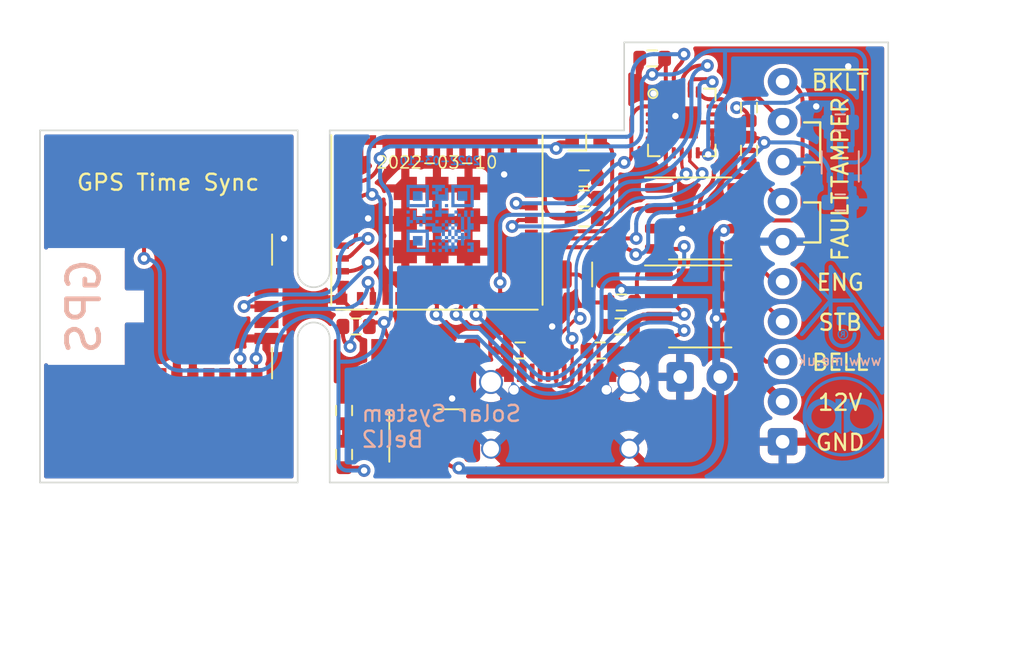
<source format=kicad_pcb>
(kicad_pcb (version 20211014) (generator pcbnew)
  (title_block (title "Bell box controller") (date "${DATE}") (rev "2") (company "Adrian Kennard, Andrews & Arnold Ltd"))
  (layers (0 "F.Cu" signal) (31 "B.Cu" signal) (34 "B.Paste" user) (35 "F.Paste" user) (36 "B.SilkS" user "B.Silkscreen") (37 "F.SilkS" user "F.Silkscreen") (38 "B.Mask" user) (39 "F.Mask" user) (44 "Edge.Cuts" user))
  (property "DATE" "2022-03-10")
  (net 0 "")
  (net 1 "GND")
  (net 2 "+3V3")
  (net 3 "VBUS")
  (net 4 "+12V")
  (net 6 "Net-(J1-PadA5)")
  (net 7 "Net-(J1-PadB5)")
  (net 9 "D-")
  (net 10 "D+")
  (net 11 "OUT1")
  (net 12 "OUT4")
  (net 13 "OUT3")
  (net 14 "O")
  (net 15 "I")
  (net 16 "OUT2")
  (net 25 "EN")
  (net 31 "BOOT")
  (net 32 "IN2")
  (net 33 "IN1")
  (net 34 "~{BACKLIGHT}")
  (net 35 "T")
  (net 36 "FAULT")
  (net 37 "ENGHOLD")
  (net 38 "STB")
  (net 39 "BELL")
  (net 40 "Net-(D2-Pad3)")
  (net 41 "Net-(D2-Pad2)")
  (net 42 "G")
  (net 43 "B")
  (net 44 "R")
  (net 45 "Net-(R2-Pad2)")
  (net 46 "Net-(D2-Pad4)")
  (net 51 "Net-(R11-Pad2)")
  (net 66 "GPSTX")
  (net 67 "GPSTICK")
  (net 68 "GPSRX")
  (footprint "RevK:Molex_MiniSPOX_H10RA" (layer "F.Cu") (at 101.4 46.7 90)
    (fp_text reference "J3" hide)
    (fp_text value "Conn_01x10" hide)
  )
  (footprint "RevK:R_0603" (layer "F.Cu") (at 91.25 50.75)
    (fp_text reference "R3" hide)
    (fp_text value "10k")
  )
  (footprint "RevK:R_0603" (layer "F.Cu") (at 91.325 49.25)
    (fp_text reference "R2" hide)
    (fp_text value "4k7")
  )
  (footprint "RevK:Molex_MiniSPOX_H2RA" (layer "F.Cu") (at 96.25 53.9)
    (fp_text reference "J2" hide)
    (fp_text value "POWER")
  )
  (footprint "RevK:R_0603" (layer "F.Cu") (at 89 42.75 180)
    (fp_text reference "R10" hide)
    (fp_text value "220R")
  )
  (footprint "RevK:Hidden" (layer "F.Cu") (at 77.75 59.8)
    (fp_text reference "C4" hide)
    (fp_text value "0.1uF")
  )
  (footprint "RevK:Hidden" (layer "F.Cu") (at 81.05 52.3)
    (fp_text reference "C6" hide)
    (fp_text value "10uF")
  )
  (footprint "RevK:R_0603" (layer "F.Cu") (at 99.3 37.075 -90)
    (fp_text reference "R4" hide)
    (fp_text value "100R")
  )
  (footprint "RevK:R_0603" (layer "F.Cu") (at 89 41.5 180)
    (fp_text reference "R9" hide)
    (fp_text value "2K")
  )
  (footprint "RevK:R_0603" (layer "F.Cu") (at 99.3 39.75 90)
    (fp_text reference "R7" hide)
    (fp_text value "100R")
  )
  (footprint "RevK:C_0603" (layer "F.Cu") (at 93.25 34 180)
    (fp_text reference "C1" hide)
    (fp_text value "0.1uF")
  )
  (footprint "RevK:R_0603" (layer "F.Cu") (at 74.75 50.75)
    (fp_text reference "R1" hide)
    (fp_text value "10k")
  )
  (footprint "Package_SO:SO-8_3.9x4.9mm_P1.27mm" (layer "F.Cu") (at 96.25 44)
    (fp_text reference "U4" hide)
    (fp_text value "ISL89410")
  )
  (footprint "Package_SO:SO-8_3.9x4.9mm_P1.27mm" (layer "F.Cu") (at 96.25 49.5)
    (fp_text reference "U3" hide)
    (fp_text value "ISL89410")
  )
  (footprint "RevK:R_0603" (layer "F.Cu") (at 85 52.25 180)
    (fp_text reference "R5" hide)
    (fp_text value "5K1")
  )
  (footprint "RevK:L96-M33" (layer "F.Cu") (at 62.5 49.5 90)
    (fp_text reference "U5" hide)
    (fp_text value "L96-M33")
  )
  (footprint "RevK:R_0603" (layer "F.Cu") (at 74 56 -90)
    (fp_text reference "R12" hide)
    (fp_text value "3M 1% or NF")
  )
  (footprint "RevK:Hidden" (layer "F.Cu") (at 81.05 58.55)
    (fp_text reference "C5" hide)
    (fp_text value "2.2uF")
  )
  (footprint "RevK:R_0603" (layer "F.Cu") (at 90 52.25 180)
    (fp_text reference "R6" hide)
    (fp_text value "5K1")
  )
  (footprint "Diode_SMD:D_1206_3216Metric_Pad1.42x1.75mm_HandSolder" (layer "F.Cu") (at 89 47.5 180)
    (fp_text reference "D3" hide)
    (fp_text value "D")
  )
  (footprint "RevK:R_0603" (layer "F.Cu") (at 74 58.75 90)
    (fp_text reference "R11" hide)
    (fp_text value "10M 1% or 0R")
  )
  (footprint "RevK:RegulatorBlockFB" (layer "F.Cu") (at 77.5 57.65 90)
    (fp_text reference "U6" hide)
    (fp_text value "LMR16006+FB")
  )
  (footprint "RevK:R_0603" (layer "F.Cu") (at 89 44 180)
    (fp_text reference "R8" hide)
    (fp_text value "680R")
  )
  (footprint "RevK:LED-RGB-1.6x1.6" (layer "F.Cu") (at 89.125 39.75 180)
    (fp_text reference "D2" hide)
    (fp_text value "LED_RGBA")
  )
  (footprint "RevK:ESP32-PICO-MINI-02" (layer "F.Cu") (at 79.8 44.1)
    (fp_text reference "U1" hide)
    (fp_text value "ESP32-PICO-MINI-02")
  )
  (footprint "RevK:USC16-TR-Round" (layer "F.Cu") (at 87.5 60.5)
    (fp_text reference "J1" hide)
    (fp_text value "USB-C")
  )
  (footprint "RevK:Hidden" (layer "F.Cu") (at 80.67 55.42 90)
    (fp_text reference "D4" hide)
    (fp_text value "Schottky")
  )
  (footprint "RevK:Hidden" (layer "F.Cu") (at 77.5 53.8 90)
    (fp_text reference "L1" hide)
    (fp_text value "6.8uH")
  )
  (footprint "RevK:QFN-20-1EP_4x4mm_P0.5mm_EP2.5x2.5mm" (layer "F.Cu") (at 95.1 38)
    (fp_text reference "U2" hide)
    (fp_text value "FT231XQ")
  )
  (footprint "RevK:AA" (layer "B.Cu") (at 105.15 56.375 180)
    (fp_text reference "U7" hide)
    (fp_text value "AA" hide)
  )
  (footprint "RevK:QR-SS" (layer "B.Cu") (at 80 44)
    (fp_text reference "U8" hide)
    (fp_text value "QR" hide)
  )
  (footprint "RevK:C_0603" (layer "B.Cu") (at 105 43)
    (fp_text reference "C3" hide)
    (fp_text value "33pF")
  )
  (footprint "Package_TO_SOT_SMD:SOT-363_SC-70-6" (layer "B.Cu") (at 105 40.5 90)
    (fp_text reference "D1" hide)
    (fp_text value "BAV99S")
  )
  (footprint "RevK:C_0603" (layer "B.Cu") (at 105 38 180)
    (fp_text reference "C2" hide)
    (fp_text value "33pF")
  )
  (footprint "RevK:AJK" (layer "B.Cu") (at 104.4 49.125 180)
    (fp_text reference "AJK1" hide)
    (fp_text value "AJK" hide)
  )
  (gr_line (start 103.75 45.5) (end 102.75 45.5) (layer "F.SilkS") (width 0.15))
  (gr_line (start 103.75 38) (end 103.75 40.5) (layer "F.SilkS") (width 0.15))
  (gr_line (start 103.75 40.5) (end 102.75 40.5) (layer "F.SilkS") (width 0.15))
  (gr_line (start 103.75 43) (end 103.75 45.5) (layer "F.SilkS") (width 0.15))
  (gr_line (start 103.4 34.7) (end 106.7 34.7) (layer "F.SilkS") (width 0.15))
  (gr_line (start 102.75 43) (end 103.75 43) (layer "F.SilkS") (width 0.15))
  (gr_line (start 102.75 38) (end 103.75 38) (layer "F.SilkS") (width 0.15))
  (gr_line (start 73.1 38.5) (end 73.1 47.3) (layer "Edge.Cuts") (width 0.1))
  (gr_line (start 73.1 60.5) (end 73.1 51.5) (layer "Edge.Cuts") (width 0.1))
  (gr_line (start 108 60.5) (end 73.1 60.5) (layer "Edge.Cuts") (width 0.1))
  (gr_line (start 71.1 51.5) (end 71.1 60.5) (layer "Edge.Cuts") (width 0.1))
  (gr_line (start 55 60.5) (end 55 38.5) (layer "Edge.Cuts") (width 0.1))
  (gr_line (start 71.1 60.5) (end 55 60.5) (layer "Edge.Cuts") (width 0.1))
  (gr_line (start 91.5 33) (end 108 33) (layer "Edge.Cuts") (width 0.1))
  (gr_line (start 71.1 47.3) (end 71.1 38.5) (layer "Edge.Cuts") (width 0.1))
  (gr_line (start 55 38.5) (end 71.1 38.5) (layer "Edge.Cuts") (width 0.1))
  (gr_line (start 91.5 38.5) (end 91.5 33) (layer "Edge.Cuts") (width 0.1))
  (gr_line (start 73.1 38.5) (end 91.5 38.5) (layer "Edge.Cuts") (width 0.1))
  (gr_arc (start 71.1 51.5) (mid 72.1 50.5) (end 73.1 51.5) (layer "Edge.Cuts") (width 0.1))
  (gr_arc (start 73.1 47.3) (mid 72.1 48.3) (end 71.1 47.3) (layer "Edge.Cuts") (width 0.1))
  (gr_line (start 108 33) (end 108 60.5) (layer "Edge.Cuts") (width 0.1))
  (gr_text "GPS" (at 57.75 49.5 90) (layer "B.SilkS") (effects (font (size 2 2) (thickness 0.3)) (justify mirror)))
  (gr_text "Solar System\nBell2" (at 75 57) (layer "B.SilkS") (effects (font (size 1 1)) (justify right mirror)))
  (gr_text "BELL" (at 105 53) (layer "F.SilkS") (effects (font (size 1 1))))
  (gr_text "12V" (at 105 55.5) (layer "F.SilkS") (effects (font (size 1 1))))
  (gr_text "GND" (at 105 58) (layer "F.SilkS") (effects (font (size 1 1))))
  (gr_text "FAULT" (at 105 44.5 90) (layer "F.SilkS") (effects (font (size 1 1))))
  (gr_text "ENG" (at 105 48) (layer "F.SilkS") (effects (font (size 1 1))))
  (gr_text "BKLT" (at 105 35.5) (layer "F.SilkS") (effects (font (size 1 1))))
  (gr_text "TAMPER" (at 105 39.25 90) (layer "F.SilkS") (effects (font (size 1 1))))
  (gr_text "GPS Time Sync" (at 63 41.75) (layer "F.SilkS") (effects (font (size 1 1))))
  (gr_text "STB" (at 105 50.5) (layer "F.SilkS") (effects (font (size 1 1))))
  (segment (start 97 38) (end 95.1 38) (width 0.25) (layer "F.Cu") (net 1))
  (segment (start 85.75 49.05) (end 85.75 49.349022) (width 0.5) (layer "F.Cu") (net 1))
  (segment (start 85.75 49.349022) (end 85.112608 49.986414) (width 0.5) (layer "F.Cu") (net 1))
  (segment (start 93.2 37.5) (end 94.6 37.5) (width 0.25) (layer "F.Cu") (net 1))
  (segment (start 93.675 50.135) (end 92.69 50.135) (width 0.25) (layer "F.Cu") (net 1))
  (segment (start 95 38) (end 95.1 38) (width 0.25) (layer "F.Cu") (net 1))
  (segment (start 73.85 49.05) (end 74.723179 49.923179) (width 0.25) (layer "F.Cu") (net 1))
  (segment (start 80.67 53.9375) (end 80.67 55.17) (width 0.5) (layer "F.Cu") (net 1))
  (segment (start 94.1 40.968534) (end 95.074044 41.942578) (width 0.25) (layer "F.Cu") (net 1))
  (segment (start 93.2 38.5) (end 94.6 38.5) (width 0.25) (layer "F.Cu") (net 1))
  (segment (start 95.115 41.950901) (end 95.115 44.635) (width 0.25) (layer "F.Cu") (net 1))
  (segment (start 93.2 39) (end 94.1 39) (width 0.25) (layer "F.Cu") (net 1))
  (segment (start 92.69 50.135) (end 92.075 50.75) (width 0.25) (layer "F.Cu") (net 1))
  (segment (start 95.106677 41.942578) (end 95.115 41.950901) (width 0.25) (layer "F.Cu") (net 1))
  (segment (start 80.67 55.17) (end 80.75 55.25) (width 0.5) (layer "F.Cu") (net 1))
  (segment (start 74 55.175) (end 75.039645 55.175) (width 0.5) (layer "F.Cu") (net 1))
  (segment (start 95.074044 41.942578) (end 95.106677 41.942578) (width 0.25) (layer "F.Cu") (net 1))
  (segment (start 74 53.5) (end 74 55.175) (width 0.25) (layer "F.Cu") (net 1))
  (segment (start 75.099001 52.400999) (end 74 53.5) (width 0.25) (layer "F.Cu") (net 1))
  (segment (start 77.85 42.15) (end 77.85 44.1) (width 0.25) (layer "F.Cu") (net 1))
  (segment (start 95.115 44.635) (end 93.675 44.635) (width 0.25) (layer "F.Cu") (net 1))
  (segment (start 90.7 53.64) (end 90.7 52.551776) (width 0.25) (layer "F.Cu") (net 1))
  (segment (start 74.723179 51.324079) (end 75.099001 51.699901) (width 0.25) (layer "F.Cu") (net 1))
  (segment (start 93.2 38) (end 95 38) (width 0.25) (layer "F.Cu") (net 1))
  (segment (start 94.1 39.9) (end 94.1 40.968534) (width 0.25) (layer "F.Cu") (net 1))
  (segment (start 75.099001 51.699901) (end 75.099001 52.400999) (width 0.25) (layer "F.Cu") (net 1))
  (segment (start 94.1 39) (end 95.1 38) (width 0.25) (layer "F.Cu") (net 1))
  (segment (start 79.8 42.15) (end 77.85 42.15) (width 0.25) (layer "F.Cu") (net 1))
  (segment (start 94.1 39.9) (end 94.1 39) (width 0.25) (layer "F.Cu") (net 1))
  (segment (start 74.723179 49.923179) (end 74.723179 51.324079) (width 0.25) (layer "F.Cu") (net 1))
  (via (at 70.25 45.25) (size 0.8) (drill 0.4) (layers "F.Cu" "B.Cu") (net 1))
  (via (at 103.5 37) (size 0.8) (drill 0.4) (layers "F.Cu" "B.Cu") (net 1))
  (via (at 94.7 37.6) (size 0.8) (drill 0.4) (layers "F.Cu" "B.Cu") (net 1))
  (via (at 75.5 44) (size 0.8) (drill 0.4) (layers "F.Cu" "B.Cu") (net 1))
  (via (at 105.5 34.5) (size 0.8) (drill 0.4) (layers "F.Cu" "B.Cu") (net 1))
  (via (at 84 41.25) (size 0.8) (drill 0.4) (layers "F.Cu" "B.Cu") (net 1))
  (via (at 93.3245 36.2) (size 0.8) (drill 0.4) (layers "F.Cu" "B.Cu") (net 1))
  (via (at 80.75 55.25) (size 0.8) (drill 0.4) (layers "F.Cu" "B.Cu") (net 1))
  (via (at 87 50.75) (size 0.8) (drill 0.4) (layers "F.Cu" "B.Cu") (net 1))
  (via (at 95.115 44.635) (size 0.8) (drill 0.4) (layers "F.Cu" "B.Cu") (net 1))
  (arc (start 75.068934 55.175) (mid 75.166926 55.194492) (end 75.25 55.25) (width 0.25) (layer "F.Cu") (net 1))
  (arc (start 85.112608 49.986414) (mid 84.418677 51.024956) (end 84.175 52.25) (width 0.5) (layer "F.Cu") (net 1))
  (arc (start 90.7 52.551776) (mid 90.732486 52.388456) (end 90.825 52.25) (width 0.25) (layer "F.Cu") (net 1))
  (arc (start 75.039645 55.175) (mid 75.072308 55.181498) (end 75.1 55.2) (width 0.5) (layer "F.Cu") (net 1))
  (segment (start 94.025 34) (end 94.025 34.225) (width 0.25) (layer "F.Cu") (net 2))
  (segment (start 94.1 36.1) (end 94.1 34.181066) (width 0.25) (layer "F.Cu") (net 2))
  (segment (start 87.274938 39.385325) (end 87.274938 39.599562) (width 0.25) (layer "F.Cu") (net 2))
  (segment (start 94.025 34.225) (end 93.25 35) (width 0.25) (layer "F.Cu") (net 2))
  (segment (start 77.03033 51.78033) (end 77.55 52.3) (width 0.25) (layer "F.Cu") (net 2))
  (segment (start 96.1 39.9375) (end 96.599112 39.9375) (width 0.25) (layer "F.Cu") (net 2))
  (segment (start 76.5 50.5) (end 75.575 50.5) (width 0.25) (layer "F.Cu") (net 2))
  (segment (start 88.25 39.25) (end 87.5 39.25) (width 0.25) (layer "F.Cu") (net 2))
  (segment (start 97.0375 39) (end 97.0375 39.305914) (width 0.25) (layer "F.Cu") (net 2))
  (segment (start 74 59.575) (end 74.827513 59.575) (width 0.25) (layer "F.Cu") (net 2))
  (segment (start 61.55 44.9) (end 60.55 44.9) (width 0.25) (layer "F.Cu") (net 2))
  (segment (start 97 38.5) (end 97 39) (width 0.25) (layer "F.Cu") (net 2))
  (segment (start 61.5 46.5) (end 61.5 44.95) (width 0.25) (layer "F.Cu") (net 2))
  (segment (start 87.274938 39.599562) (end 87.25 39.6245) (width 0.25) (layer "F.Cu") (net 2))
  (segment (start 74.8 41.7) (end 73.9 41.7) (width 0.25) (layer "F.Cu") (net 2))
  (via (at 76.5 50.5) (size 0.8) (drill 0.4) (layers "F.Cu" "B.Cu") (net 2))
  (via (at 96.75 40) (size 0.8) (drill 0.4) (layers "F.Cu" "B.Cu") (net 2))
  (via (at 87.25 39.6245) (size 0.8) (drill 0.4) (layers "F.Cu" "B.Cu") (net 2))
  (via (at 75.25 59.75) (size 0.8) (drill 0.4) (layers "F.Cu" "B.Cu") (net 2))
  (via (at 76.25 40.25) (size 0.8) (drill 0.4) (layers "F.Cu" "B.Cu") (net 2))
  (via (at 61.5 46.5) (size 0.8) (drill 0.4) (layers "F.Cu" "B.Cu") (net 2))
  (via (at 93.25 35) (size 0.8) (drill 0.4) (layers "F.Cu" "B.Cu") (net 2))
  (arc (start 94.1 34.181066) (mid 94.080508 34.083074) (end 94.025 34) (width 0.25) (layer "F.Cu") (net 2))
  (arc (start 74.827513 59.575) (mid 75.056161 59.620481) (end 75.25 59.75) (width 0.25) (layer "F.Cu") (net 2))
  (arc (start 76.25 40.25) (mid 75.825305 41.275305) (end 74.8 41.7) (width 0.25) (layer "F.Cu") (net 2))
  (arc (start 76.5 50.5) (mid 76.637828 51.19291) (end 77.03033 51.78033) (width 0.25) (layer "F.Cu") (net 2))
  (arc (start 96.599112 39.9375) (mid 96.680772 39.953744) (end 96.75 40) (width 0.25) (layer "F.Cu") (net 2))
  (arc (start 97.0375 39.305914) (mid 96.962781 39.681551) (end 96.75 40) (width 0.25) (layer "F.Cu") (net 2))
  (arc (start 61.5 44.95) (mid 61.514645 44.914645) (end 61.55 44.9) (width 0.25) (layer "F.Cu") (net 2))
  (arc (start 87.5 39.25) (mid 87.369375 39.28684) (end 87.274938 39.385325) (width 0.25) (layer "F.Cu") (net 2))
  (segment (start 96 34) (end 95.45 34.55) (width 0.25) (layer "B.Cu") (net 2))
  (segment (start 92.6 38.5) (end 92.6 35.65) (width 0.25) (layer "B.Cu") (net 2))
  (segment (start 87.25 39.6245) (end 87.3745 39.5) (width 0.25) (layer "B.Cu") (net 2))
  (segment (start 74.15 52.95) (end 73.75 52.95) (width 0.25) (layer "B.Cu") (net 2))
  (segment (start 105 41.45) (end 105 40.5) (width 0.25) (layer "B.Cu") (net 2))
  (segment (start 63.75 53.5) (end 68.6 53.5) (width 0.25) (layer "B.Cu") (net 2))
  (segment (start 105.9 40.5) (end 105 40.5) (width 0.25) (layer "B.Cu") (net 2))
  (segment (start 62.5 47.5) (end 62.5 52.25) (width 0.25) (layer "B.Cu") (net 2))
  (segment (start 76.92498 43.025992) (end 76.92498 50.07502) (width 0.25) (layer "B.Cu") (net 2))
  (segment (start 76.5 50.5) (end 76.5 50.6) (width 0.25) (layer "B.Cu") (net 2))
  (segment (start 87.3745 39.5) (end 91.6 39.5) (width 0.25) (layer "B.Cu") (net 2))
  (segment (start 73.65 53.05) (end 73.65 59.2) (width 0.25) (layer "B.Cu") (net 2))
  (segment (start 106.54952 34.24952) (end 106.54952 39.85048) (width 0.25) (layer "B.Cu") (net 2))
  (segment (start 73.65 51.5) (end 73.65 53.05) (width 0.25) (layer "B.Cu") (net 2))
  (segment (start 94.363604 35) (end 93.25 35) (width 0.25) (layer "B.Cu") (net 2))
  (segment (start 96.75 37.727817) (end 96.75 40) (width 0.25) (layer "B.Cu") (net 2))
  (segment (start 72 50.1) (end 72.25 50.1) (width 0.25) (layer "B.Cu") (net 2))
  (segment (start 97.207106 33.5) (end 105.8 33.5) (width 0.25) (layer "B.Cu") (net 2))
  (segment (start 87.1255 39.5) (end 87.25 39.6245) (width 0.25) (layer "B.Cu") (net 2))
  (segment (start 76.25 40.25) (end 76.25 41.396447) (width 0.25) (layer "B.Cu") (net 2))
  (segment (start 74.2 59.75) (end 75.25 59.75) (width 0.25) (layer "B.Cu") (net 2))
  (segment (start 97.8 33.5) (end 97.8 35.192894) (width 0.25) (layer "B.Cu") (net 2))
  (segment (start 105 40.5) (end 105 39.55) (width 0.25) (layer "B.Cu") (net 2))
  (segment (start 77 39.5) (end 87.1255 39.5) (width 0.25) (layer "B.Cu") (net 2))
  (arc (start 97.3 36.4) (mid 96.89294 37.009207) (end 96.75 37.727817) (width 0.25) (layer "B.Cu") (net 2))
  (arc (start 105.8 33.5) (mid 106.329991 33.719529) (end 106.54952 34.24952) (width 0.25) (layer "B.Cu") (net 2))
  (arc (start 73.65 59.2) (mid 73.811091 59.588909) (end 74.2 59.75) (width 0.25) (layer "B.Cu") (net 2))
  (arc (start 95.45 34.55) (mid 94.951557 34.883048) (end 94.363604 35) (width 0.25) (layer "B.Cu") (net 2))
  (arc (start 97.8 35.192894) (mid 97.670054 35.846175) (end 97.3 36.4) (width 0.25) (layer "B.Cu") (net 2))
  (arc (start 76.25 40.25) (mid 76.46967 39.71967) (end 77 39.5) (width 0.25) (layer "B.Cu") (net 2))
  (arc (start 76.92498 50.07502) (mid 76.800506 50.375526) (end 76.5 50.5) (width 0.25) (layer "B.Cu") (net 2))
  (arc (start 69.75 52.35) (mid 70.40901 50.75901) (end 72 50.1) (width 0.25) (layer "B.Cu") (net 2))
  (arc (start 92.6 35.65) (mid 92.790381 35.190381) (end 93.25 35) (width 0.25) (layer "B.Cu") (net 2))
  (arc (start 61.5 46.5) (mid 62.207107 46.792893) (end 62.5 47.5) (width 0.25) (layer "B.Cu") (net 2))
  (arc (start 106.54952 39.85048) (mid 106.35928 40.30976) (end 105.9 40.5) (width 0.25) (layer "B.Cu") (net 2))
  (arc (start 76.5 50.6) (mid 75.811701 52.261701) (end 74.15 52.95) (width 0.25) (layer "B.Cu") (net 2))
  (arc (start 68.6 53.5) (mid 69.413173 53.163173) (end 69.75 52.35) (width 0.25) (layer "B.Cu") (net 2))
  (arc (start 97.207106 33.5) (mid 96.553825 33.629946) (end 96 34) (width 0.25) (layer "B.Cu") (net 2))
  (arc (start 76.25 41.396447) (mid 76.314973 41.723087) (end 76.5 42) (width 0.25) (layer "B.Cu") (net 2))
  (arc (start 91.6 39.5) (mid 92.307107 39.207107) (end 92.6 38.5) (width 0.25) (layer "B.Cu") (net 2))
  (arc (start 76.5 42) (mid 76.814531 42.470729) (end 76.92498 43.025992) (width 0.25) (layer "B.Cu") (net 2))
  (arc (start 62.5 52.25) (mid 62.866117 53.133883) (end 63.75 53.5) (width 0.25) (layer "B.Cu") (net 2))
  (arc (start 73.75 52.95) (mid 73.679289 52.979289) (end 73.65 53.05) (width 0.25) (layer "B.Cu") (net 2))
  (arc (start 72.25 50.1) (mid 73.239949 50.510051) (end 73.65 51.5) (width 0.25) (layer "B.Cu") (net 2))
  (segment (start 87.5125 47.555609) (end 87.5125 47.5) (width 0.25) (layer "F.Cu") (net 3))
  (segment (start 89.9 53.64) (end 89.9 51.862132) (width 0.25) (layer "F.Cu") (net 3))
  (segment (start 85.418198 51.081802) (end 86.5 50) (width 0.25) (layer "F.Cu") (net 3))
  (segment (start 87.5125 47.5) (end 88.5 47.5) (width 0.25) (layer "F.Cu") (net 3))
  (segment (start 85.1 53.64) (end 85.1 51.85) (width 0.25) (layer "F.Cu") (net 3))
  (segment (start 89 48.7) (end 89 48) (width 0.25) (layer "F.Cu") (net 3))
  (segment (start 90.5 49.25) (end 89.55 49.25) (width 0.25) (layer "F.Cu") (net 3))
  (segment (start 89.55 51.017158) (end 89.55 49.25) (width 0.25) (layer "F.Cu") (net 3))
  (arc (start 89.75 51.5) (mid 89.601978 51.278471) (end 89.55 51.017158) (width 0.25) (layer "F.Cu") (net 3))
  (arc (start 89.9 51.862132) (mid 89.861016 51.666148) (end 89.75 51.5) (width 0.25) (layer "F.Cu") (net 3))
  (arc (start 86.5 50) (mid 87.24936 48.878504) (end 87.5125 47.555609) (width 0.25) (layer "F.Cu") (net 3))
  (arc (start 85.1 51.85) (mid 85.182697 51.434254) (end 85.418198 51.081802) (width 0.25) (layer "F.Cu") (net 3))
  (arc (start 89 48) (mid 88.853553 47.646447) (end 88.5 47.5) (width 0.25) (layer "F.Cu") (net 3))
  (arc (start 89.55 49.25) (mid 89.161091 49.088909) (end 89 48.7) (width 0.25) (layer "F.Cu") (net 3))
  (segment (start 98.825 50.135) (end 97.527634 50.135) (width 0.5) (layer "F.Cu") (net 4))
  (segment (start 99.85 53.9) (end 101.4 55.45) (width 0.5) (layer "F.Cu") (net 4))
  (segment (start 91.325 48.476426) (end 91.325 48.3375) (width 0.5) (layer "F.Cu") (net 4))
  (segment (start 91.325 48.3375) (end 90.4875 47.5) (width 0.5) (layer "F.Cu") (net 4))
  (segment (start 80.1 58.5) (end 80.1 58.526018) (width 0.25) (layer "F.Cu") (net 4))
  (segment (start 97.5 53.9) (end 99.85 53.9) (width 0.5) (layer "F.Cu") (net 4))
  (segment (start 98.825 44.635) (end 98.002134 44.635) (width 0.5) (layer "F.Cu") (net 4))
  (segment (start 78.85 57.7) (end 78.85 58.65) (width 0.25) (layer "F.Cu") (net 4))
  (via (at 97.25 50.25) (size 0.8) (drill 0.4) (layers "F.Cu" "B.Cu") (net 4))
  (via (at 97.7245 44.75) (size 0.8) (drill 0.4) (layers "F.Cu" "B.Cu") (net 4))
  (via (at 91.325 48.476426) (size 0.8) (drill 0.4) (layers "F.Cu" "B.Cu") (net 4))
  (via (at 81.164138 59.590156) (size 0.8) (drill 0.4) (layers "F.Cu" "B.Cu") (net 4))
  (arc (start 80.1 58.526018) (mid 80.411679 59.278477) (end 81.164138 59.590156) (width 0.25) (layer "F.Cu") (net 4))
  (arc (start 98.002134 44.635) (mid 97.85188 44.664887) (end 97.7245 44.75) (width 0.5) (layer "F.Cu") (net 4))
  (arc (start 97.527634 50.135) (mid 97.37738 50.164887) (end 97.25 50.25) (width 0.5) (layer "F.Cu") (net 4))
  (segment (start 97.5 53.9) (end 97.5 57.75) (width 0.5) (layer "B.Cu") (net 4))
  (segment (start 95.5 59.75) (end 81.323982 59.75) (width 0.5) (layer "B.Cu") (net 4))
  (segment (start 97.25 45.2245) (end 97.25 48.4) (width 0.5) (layer "B.Cu") (net 4))
  (segment (start 91.325 48.476426) (end 97.173574 48.476426) (width 0.5) (layer "B.Cu") (net 4))
  (segment (start 97.25 48.4) (end 97.25 50.25) (width 0.5) (layer "B.Cu") (net 4))
  (segment (start 97.25 50.25) (end 97.25 53.65) (width 0.5) (layer "B.Cu") (net 4))
  (arc (start 97.25 53.65) (mid 97.323223 53.826777) (end 97.5 53.9) (width 0.5) (layer "B.Cu") (net 4))
  (arc (start 97.5 57.75) (mid 96.914214 59.164214) (end 95.5 59.75) (width 0.5) (layer "B.Cu") (net 4))
  (arc (start 97.173574 48.476426) (mid 97.227615 48.454041) (end 97.25 48.4) (width 0.5) (layer "B.Cu") (net 4))
  (arc (start 97.7245 44.75) (mid 97.388978 44.888978) (end 97.25 45.2245) (width 0.5) (layer "B.Cu") (net 4))
  (arc (start 81.323982 59.75) (mid 81.210955 59.703183) (end 81.164138 59.590156) (width 0.5) (layer "B.Cu") (net 4))
  (segment (start 86.25 53.64) (end 86.25 53.27604) (width 0.25) (layer "F.Cu") (net 6))
  (arc (start 86.25 53.27604) (mid 86.139546 52.720751) (end 85.825 52.25) (width 0.25) (layer "F.Cu") (net 6))
  (segment (start 89.25 53.64) (end 89.25 52.431066) (width 0.25) (layer "F.Cu") (net 7))
  (arc (start 89.25 52.431066) (mid 89.230508 52.333074) (end 89.175 52.25) (width 0.25) (layer "F.Cu") (net 7))
  (segment (start 87.480131 52.77048) (end 87.27048 52.77048) (width 0.2) (layer "F.Cu") (net 9))
  (segment (start 87.603553 51.146446) (end 88.323223 50.426777) (width 0.2) (layer "F.Cu") (net 9))
  (segment (start 87.75 53.64) (end 87.75 53.040349) (width 0.2) (layer "F.Cu") (net 9))
  (segment (start 87.25 52.721037) (end 87.25 52) (width 0.2) (layer "F.Cu") (net 9))
  (segment (start 86.75 53.64) (end 86.75 53.040349) (width 0.2) (layer "F.Cu") (net 9))
  (segment (start 96.373278 41.190964) (end 95.6 40.417686) (width 0.2) (layer "F.Cu") (net 9))
  (segment (start 87.019869 52.77048) (end 87.27048 52.77048) (width 0.2) (layer "F.Cu") (net 9))
  (segment (start 95.6 40.417686) (end 95.6 39.9375) (width 0.2) (layer "F.Cu") (net 9))
  (via (at 88.75 50.25) (size 0.8) (drill 0.4) (layers "F.Cu" "B.Cu") (net 9))
  (via (at 96.373278 41.190964) (size 0.8) (drill 0.4) (layers "F.Cu" "B.Cu") (net 9))
  (arc (start 87.25 52) (mid 87.341886 51.53806) (end 87.603553 51.146446) (width 0.2) (layer "F.Cu") (net 9))
  (arc (start 87.27048 52.77048) (mid 87.255322 52.747796) (end 87.25 52.721037) (width 0.2) (layer "F.Cu") (net 9))
  (arc (start 87.75 53.040349) (mid 87.670957 52.849523) (end 87.480131 52.77048) (width 0.2) (layer "F.Cu") (net 9))
  (arc (start 88.323223 50.426777) (mid 88.51903 50.295943) (end 88.75 50.25) (width 0.2) (layer "F.Cu") (net 9))
  (arc (start 86.75 53.040349) (mid 86.829043 52.849523) (end 87.019869 52.77048) (width 0.2) (layer "F.Cu") (net 9))
  (segment (start 93.452533 42.7) (end 92.6 42.7) (width 0.2) (layer "B.Cu") (net 9))
  (segment (start 91.661091 43.088909) (end 89.175 45.575) (width 0.2) (layer "B.Cu") (net 9))
  (segment (start 88.5 47.204594) (end 88.5 49.646447) (width 0.2) (layer "B.Cu") (net 9))
  (segment (start 96.138879 41.607327) (end 96.373278 41.372928) (width 0.2) (layer "B.Cu") (net 9))
  (segment (start 96.373278 41.372928) (end 96.373278 41.190964) (width 0.2) (layer "B.Cu") (net 9))
  (arc (start 96.173103 41.573103) (mid 94.924895 42.407129) (end 93.452533 42.7) (width 0.2) (layer "B.Cu") (net 9))
  (arc (start 88.5 49.646447) (mid 88.564973 49.973087) (end 88.75 50.25) (width 0.2) (layer "B.Cu") (net 9))
  (arc (start 89.175 45.575) (mid 88.675427 46.322664) (end 88.5 47.204594) (width 0.2) (layer "B.Cu") (net 9))
  (arc (start 92.6 42.7) (mid 92.091866 42.801074) (end 91.661091 43.088909) (width 0.2) (layer "B.Cu") (net 9))
  (segment (start 88.25 53.64) (end 88.25 51.5) (width 0.2) (layer "F.Cu") (net 10))
  (segment (start 88.25 53.64) (end 88.25 54.239651) (width 0.2) (layer "F.Cu") (net 10))
  (segment (start 87.25 53.64) (end 87.25 54.239651) (width 0.2) (layer "F.Cu") (net 10))
  (segment (start 87.519869 54.50952) (end 87.980131 54.50952) (width 0.2) (layer "F.Cu") (net 10))
  (segment (start 95.1 39.9) (end 95.1 40.556238) (width 0.2) (layer "F.Cu") (net 10))
  (via (at 88.25 51.5) (size 0.8) (drill 0.4) (layers "F.Cu" "B.Cu") (net 10))
  (via (at 95.374143 41.218077) (size 0.8) (drill 0.4) (layers "F.Cu" "B.Cu") (net 10))
  (arc (start 87.25 54.239651) (mid 87.329043 54.430477) (end 87.519869 54.50952) (width 0.2) (layer "F.Cu") (net 10))
  (arc (start 88.25 54.239651) (mid 88.170957 54.430477) (end 87.980131 54.50952) (width 0.2) (layer "F.Cu") (net 10))
  (arc (start 95.1 40.556238) (mid 95.171248 40.914422) (end 95.374143 41.218077) (width 0.2) (layer "F.Cu") (net 10))
  (segment (start 88 46.919238) (end 88 50.896447) (width 0.2) (layer "B.Cu") (net 10))
  (segment (start 91.517157 42.482843) (end 88.65 45.35) (width 0.2) (layer "B.Cu") (net 10))
  (segment (start 93.003572 42.2) (end 92.2 42.2) (width 0.2) (layer "B.Cu") (net 10))
  (arc (start 95.374143 41.218077) (mid 94.286516 41.944807) (end 93.003572 42.2) (width 0.2) (layer "B.Cu") (net 10))
  (arc (start 92.2 42.2) (mid 91.830448 42.273509) (end 91.517157 42.482843) (width 0.2) (layer "B.Cu") (net 10))
  (arc (start 88.65 45.35) (mid 88.16893 46.069972) (end 88 46.919238) (width 0.2) (layer "B.Cu") (net 10))
  (arc (start 88 50.896447) (mid 88.064973 51.223087) (end 88.25 51.5) (width 0.2) (layer "B.Cu") (net 10))
  (segment (start 79.8 49) (end 79.8 49.87929) (width 0.25) (layer "F.Cu") (net 11))
  (segment (start 94.272244 51.405) (end 93.675 51.405) (width 0.25) (layer "F.Cu") (net 11))
  (via (at 79.75 50) (size 0.8) (drill 0.4) (layers "F.Cu" "B.Cu") (net 11))
  (via (at 95.25 51) (size 0.8) (drill 0.4) (layers "F.Cu" "B.Cu") (net 11))
  (arc (start 95.25 51) (mid 94.801402 51.299744) (end 94.272244 51.405) (width 0.25) (layer "F.Cu") (net 11))
  (arc (start 79.8 49.87929) (mid 79.787005 49.944618) (end 79.75 50) (width 0.25) (layer "F.Cu") (net 11))
  (segment (start 93.207106 50.5) (end 94.042894 50.5) (width 0.25) (layer "B.Cu") (net 11))
  (segment (start 79.75 50) (end 81.146446 51.396447) (width 0.25) (layer "B.Cu") (net 11))
  (segment (start 81.146446 51.396447) (end 82.328108 51.396447) (width 0.25) (layer "B.Cu") (net 11))
  (segment (start 86.801103 54.948897) (end 86.948897 54.948897) (width 0.25) (layer "B.Cu") (net 11))
  (segment (start 88.830481 54.169519) (end 92 51) (width 0.25) (layer "B.Cu") (net 11))
  (segment (start 82.328108 51.396447) (end 85.229636 54.297974) (width 0.25) (layer "B.Cu") (net 11))
  (arc (start 85.229636 54.297974) (mid 85.950631 54.779728) (end 86.801103 54.948897) (width 0.25) (layer "B.Cu") (net 11))
  (arc (start 86.948897 54.948897) (mid 87.967203 54.746343) (end 88.830481 54.169519) (width 0.25) (layer "B.Cu") (net 11))
  (arc (start 92 51) (mid 92.553825 50.629946) (end 93.207106 50.5) (width 0.25) (layer "B.Cu") (net 11))
  (arc (start 94.042894 50.5) (mid 94.696175 50.629946) (end 95.25 51) (width 0.25) (layer "B.Cu") (net 11))
  (segment (start 87.494422 44.8) (end 90.1 44.8) (width 0.25) (layer "F.Cu") (net 12))
  (segment (start 93.675 43.365) (end 92.679472 43.365) (width 0.25) (layer "F.Cu") (net 12))
  (segment (start 91.124264 44.375736) (end 91.75 43.75) (width 0.25) (layer "F.Cu") (net 12))
  (segment (start 86.453002 45.388097) (end 86.720549 45.120549) (width 0.25) (layer "F.Cu") (net 12))
  (arc (start 90.1 44.8) (mid 90.654328 44.689737) (end 91.124264 44.375736) (width 0.25) (layer "F.Cu") (net 12))
  (arc (start 92.679472 43.365) (mid 92.176446 43.465058) (end 91.75 43.75) (width 0.25) (layer "F.Cu") (net 12))
  (arc (start 86.720549 45.120549) (mid 87.075605 44.883308) (end 87.494422 44.8) (width 0.25) (layer "F.Cu") (net 12))
  (arc (start 85.7 45.7) (mid 86.107522 45.618939) (end 86.453002 45.388097) (width 0.25) (layer "F.Cu") (net 12))
  (segment (start 82.2 49) (end 82.2 49.87929) (width 0.25) (layer "F.Cu") (net 13))
  (segment (start 93.675 45.905) (end 94.875797 45.905) (width 0.25) (layer "F.Cu") (net 13))
  (via (at 95.25 45.75) (size 0.8) (drill 0.4) (layers "F.Cu" "B.Cu") (net 13))
  (via (at 82.25 50) (size 0.8) (drill 0.4) (layers "F.Cu" "B.Cu") (net 13))
  (arc (start 94.875797 45.905) (mid 95.078314 45.864716) (end 95.25 45.75) (width 0.25) (layer "F.Cu") (net 13))
  (arc (start 82.2 49.87929) (mid 82.212995 49.944617) (end 82.25 50) (width 0.25) (layer "F.Cu") (net 13))
  (segment (start 94.541127 47.709717) (end 94.348302 47.748072) (width 0.25) (layer "B.Cu") (net 13))
  (segment (start 94.886234 47.525253) (end 94.722764 47.63448) (width 0.25) (layer "B.Cu") (net 13))
  (segment (start 95.25 46.75) (end 95.248072 46.848302) (width 0.25) (layer "B.Cu") (net 13))
  (segment (start 95.25 45.75) (end 95.25 46.75) (width 0.25) (layer "B.Cu") (net 13))
  (segment (start 89.689296 51.789296) (end 87.993785 53.484807) (width 0.25) (layer "B.Cu") (net 13))
  (segment (start 94.25 47.75) (end 90.9 47.75) (width 0.25) (layer "B.Cu") (net 13))
  (segment (start 95.248072 46.848302) (end 95.209717 47.041127) (width 0.25) (layer "B.Cu") (net 13))
  (segment (start 90.087282 48.562718) (end 90.087282 50.828473) (width 0.25) (layer "B.Cu") (net 13))
  (segment (start 94.348302 47.748072) (end 94.25 47.75) (width 0.25) (layer "B.Cu") (net 13))
  (segment (start 82.25 50) (end 85.896446 53.646447) (width 0.25) (layer "B.Cu") (net 13))
  (segment (start 94.722764 47.63448) (end 94.541127 47.709717) (width 0.25) (layer "B.Cu") (net 13))
  (segment (start 95.13448 47.222764) (end 95.025253 47.386234) (width 0.25) (layer "B.Cu") (net 13))
  (segment (start 95.025253 47.386234) (end 94.886234 47.525253) (width 0.25) (layer "B.Cu") (net 13))
  (segment (start 95.209717 47.041127) (end 95.13448 47.222764) (width 0.25) (layer "B.Cu") (net 13))
  (arc (start 90.9 47.75) (mid 90.325322 47.98804) (end 90.087282 48.562718) (width 0.25) (layer "B.Cu") (net 13))
  (arc (start 87.993785 53.484807) (mid 87.423132 53.866106) (end 86.75 54) (width 0.25) (layer "B.Cu") (net 13))
  (arc (start 86.75 54) (mid 86.28806 53.908114) (end 85.896446 53.646447) (width 0.25) (layer "B.Cu") (net 13))
  (arc (start 90.087282 50.828473) (mid 89.983849 51.348467) (end 89.689296 51.789296) (width 0.25) (layer "B.Cu") (net 13))
  (segment (start 91.94952 40.05048) (end 91.94952 37.853152) (width 0.25) (layer "F.Cu") (net 14))
  (segment (start 84.999001 43.3) (end 84.75 43.050999) (width 0.25) (layer "F.Cu") (net 14))
  (segment (start 85.7 43.3) (end 84.999001 43.3) (width 0.25) (layer "F.Cu") (net 14))
  (segment (start 93.2 37) (end 92.802672 37) (width 0.25) (layer "F.Cu") (net 14))
  (via (at 84.75 43.050999) (size 0.8) (drill 0.4) (layers "F.Cu" "B.Cu") (net 14))
  (via (at 91.5 40.5) (size 0.8) (drill 0.4) (layers "F.Cu" "B.Cu") (net 14))
  (arc (start 91.5 40.5) (mid 91.817859 40.368339) (end 91.94952 40.05048) (width 0.25) (layer "F.Cu") (net 14))
  (arc (start 92.802672 37) (mid 92.199402 37.249882) (end 91.94952 37.853152) (width 0.25) (layer "F.Cu") (net 14))
  (segment (start 84.75 43.050999) (end 88.105738 43.050999) (width 0.25) (layer "B.Cu") (net 14))
  (segment (start 88.844849 42.744849) (end 90.79957 40.790127) (width 0.25) (layer "B.Cu") (net 14))
  (arc (start 88.105738 43.050999) (mid 88.505742 42.971433) (end 88.844849 42.744849) (width 0.25) (layer "B.Cu") (net 14))
  (arc (start 91.5 40.5) (mid 91.12093 40.575402) (end 90.79957 40.790127) (width 0.25) (layer "B.Cu") (net 14))
  (segment (start 84.5 44.5) (end 84.9 44.1) (width 0.25) (layer "F.Cu") (net 15))
  (segment (start 84.9 44.1) (end 85.7 44.1) (width 0.25) (layer "F.Cu") (net 15))
  (segment (start 95.6 36.0625) (end 95.6 35.6) (width 0.25) (layer "F.Cu") (net 15))
  (segment (start 95.9 35.3) (end 96.60013 35.3) (width 0.25) (layer "F.Cu") (net 15))
  (via (at 97.006908 35.468493) (size 0.8) (drill 0.4) (layers "F.Cu" "B.Cu") (net 15))
  (via (at 84.5 44.5) (size 0.8) (drill 0.4) (layers "F.Cu" "B.Cu") (net 15))
  (arc (start 95.6 35.6) (mid 95.687868 35.387868) (end 95.9 35.3) (width 0.25) (layer "F.Cu") (net 15))
  (arc (start 96.60013 35.3) (mid 96.820276 35.34379) (end 97.006908 35.468493) (width 0.25) (layer "F.Cu") (net 15))
  (segment (start 95.034315 40.265685) (end 94.731371 40.568629) (width 0.25) (layer "B.Cu") (net 15))
  (segment (start 84.5 44.5) (end 87.300432 44.5) (width 0.25) (layer "B.Cu") (net 15))
  (segment (start 96.531507 35.468493) (end 97.006908 35.468493) (width 0.25) (layer "B.Cu") (net 15))
  (segment (start 96.2 37.451472) (end 96.2 35.8) (width 0.25) (layer "B.Cu") (net 15))
  (segment (start 89.689644 43.510356) (end 91.146446 42.053553) (width 0.25) (layer "B.Cu") (net 15))
  (arc (start 92 41.7) (mid 91.53806 41.791886) (end 91.146446 42.053553) (width 0.25) (layer "B.Cu") (net 15))
  (arc (start 94.731371 40.568629) (mid 93.478207 41.405967) (end 92 41.7) (width 0.25) (layer "B.Cu") (net 15))
  (arc (start 89.689644 43.510356) (mid 88.593464 44.2428) (end 87.300432 44.5) (width 0.25) (layer "B.Cu") (net 15))
  (arc (start 95.034315 40.265685) (mid 95.897048 38.974513) (end 96.2 37.451472) (width 0.25) (layer "B.Cu") (net 15))
  (arc (start 96.2 35.8) (mid 96.297096 35.565589) (end 96.531507 35.468493) (width 0.25) (layer "B.Cu") (net 15))
  (segment (start 94.468119 49.19352) (end 95.262299 49.987701) (width 0.25) (layer "F.Cu") (net 16))
  (segment (start 81.4 49) (end 81.4 49.034315) (width 0.25) (layer "F.Cu") (net 16))
  (via (at 81 50) (size 0.8) (drill 0.4) (layers "F.Cu" "B.Cu") (net 16))
  (via (at 95.262299 49.987701) (size 0.8) (drill 0.4) (layers "F.Cu" "B.Cu") (net 16))
  (arc (start 81.4 49.034315) (mid 81.296043 49.55694) (end 81 50) (width 0.25) (layer "F.Cu") (net 16))
  (arc (start 93.675 48.865) (mid 94.104233 48.95038) (end 94.468119 49.19352) (width 0.25) (layer "F.Cu") (net 16))
  (segment (start 81.823224 50.823223) (end 81 50) (width 0.25) (layer "B.Cu") (net 16))
  (segment (start 82.40058 50.823223) (end 81.823224 50.823223) (width 0.25) (layer "B.Cu") (net 16))
  (segment (start 82.40058 50.823223) (end 85.500169 53.922812) (width 0.25) (layer "B.Cu") (net 16))
  (segment (start 91.448828 50.698828) (end 88.324462 53.823194) (width 0.25) (layer "B.Cu") (net 16))
  (segment (start 95.262299 49.987701) (end 93.16564 49.987701) (width 0.25) (layer "B.Cu") (net 16))
  (arc (start 88.324462 53.823194) (mid 87.621393 54.29297) (end 86.792067 54.457933) (width 0.25) (layer "B.Cu") (net 16))
  (arc (start 93.16564 49.987701) (mid 92.236508 50.172517) (end 91.448828 50.698828) (width 0.25) (layer "B.Cu") (net 16))
  (arc (start 86.792067 54.457933) (mid 86.092897 54.318859) (end 85.500169 53.922812) (width 0.25) (layer "B.Cu") (net 16))
  (segment (start 74.75 45) (end 74.75 43.25) (width 0.25) (layer "F.Cu") (net 25))
  (segment (start 94.962711 34.401584) (end 94.932148 34.432148) (width 0.25) (layer "F.Cu") (net 25))
  (segment (start 74.053389 51.739859) (end 74.31353 52) (width 0.25) (layer "F.Cu") (net 25))
  (segment (start 94.6 35.234024) (end 94.6 36.1) (width 0.25) (layer "F.Cu") (net 25))
  (segment (start 74.31353 52) (end 74.3745 52) (width 0.25) (layer "F.Cu") (net 25))
  (segment (start 74.05 45.7) (end 73.9 45.7) (width 0.25) (layer "F.Cu") (net 25))
  (segment (start 73.925 50.75) (end 73.925 51.215381) (width 0.25) (layer "F.Cu") (net 25))
  (segment (start 75.5 42.5) (end 75.75 42.5) (width 0.25) (layer "F.Cu") (net 25))
  (via (at 75.75 42.5) (size 0.8) (drill 0.4) (layers "F.Cu" "B.Cu") (net 25))
  (via (at 74.3745 52) (size 0.8) (drill 0.4) (layers "F.Cu" "B.Cu") (net 25))
  (via (at 95.237701 33.737701) (size 0.8) (drill 0.4) (layers "F.Cu" "B.Cu") (net 25))
  (arc (start 95.237701 33.737701) (mid 95.166234 34.096992) (end 94.962711 34.401584) (width 0.25) (layer "F.Cu") (net 25))
  (arc (start 74.75 45) (mid 74.544975 45.494975) (end 74.05 45.7) (width 0.25) (layer "F.Cu") (net 25))
  (arc (start 73.925 51.215381) (mid 73.958254 51.484996) (end 74.053389 51.739859) (width 0.25) (layer "F.Cu") (net 25))
  (arc (start 94.932148 34.432148) (mid 94.686322 34.800051) (end 94.6 35.234024) (width 0.25) (layer "F.Cu") (net 25))
  (arc (start 74.75 43.25) (mid 74.96967 42.71967) (end 75.5 42.5) (width 0.25) (layer "F.Cu") (net 25))
  (segment (start 95.237701 33.737701) (end 93.362299 33.737701) (width 0.25) (layer "B.Cu") (net 25))
  (segment (start 76.282288 43.032288) (end 76.282288 48.218736) (width 0.25) (layer "B.Cu") (net 25))
  (segment (start 75.525499 42.275499) (end 75.525499 40.025499) (width 0.25) (layer "B.Cu") (net 25))
  (segment (start 92 35.1) (end 92 38.529651) (width 0.25) (layer "B.Cu") (net 25))
  (segment (start 75.75 42.5) (end 75.525499 42.275499) (width 0.25) (layer "B.Cu") (net 25))
  (segment (start 91.629651 38.9) (end 76.650998 38.9) (width 0.25) (layer "B.Cu") (net 25))
  (segment (start 74.728731 51.144811) (end 75.311771 50.561771) (width 0.25) (layer "B.Cu") (net 25))
  (arc (start 93.362299 33.737701) (mid 92.399008 34.136709) (end 92 35.1) (width 0.25) (layer "B.Cu") (net 25))
  (arc (start 76.282288 48.218736) (mid 76.030058 49.486777) (end 75.311771 50.561771) (width 0.25) (layer "B.Cu") (net 25))
  (arc (start 92 38.529651) (mid 91.891527 38.791527) (end 91.629651 38.9) (width 0.25) (layer "B.Cu") (net 25))
  (arc (start 76.650998 38.9) (mid 75.85515 39.229651) (end 75.525499 40.025499) (width 0.25) (layer "B.Cu") (net 25))
  (arc (start 74.3745 52) (mid 74.466562 51.537175) (end 74.728731 51.144811) (width 0.25) (layer "B.Cu") (net 25))
  (arc (start 75.75 42.5) (mid 76.126384 42.655904) (end 76.282288 43.032288) (width 0.25) (layer "B.Cu") (net 25))
  (segment (start 96.7 34.45) (end 96.294974 34.45) (width 0.25) (layer "F.Cu") (net 31))
  (segment (start 83.75 48.95) (end 83.8 49) (width 0.25) (layer "F.Cu") (net 31))
  (segment (start 95.1 35.644974) (end 95.1 36.0625) (width 0.25) (layer "F.Cu") (net 31))
  (segment (start 83.75 48) (end 83.75 48.95) (width 0.25) (layer "F.Cu") (net 31))
  (via (at 96.7 34.45) (size 0.8) (drill 0.4) (layers "F.Cu" "B.Cu") (net 31))
  (via (at 83.75 48) (size 0.8) (drill 0.4) (layers "F.Cu" "B.Cu") (net 31))
  (arc (start 95.45 34.8) (mid 95.190962 35.187677) (end 95.1 35.644974) (width 0.25) (layer "F.Cu") (net 31))
  (arc (start 96.294974 34.45) (mid 95.837678 34.540962) (end 95.45 34.8) (width 0.25) (layer "F.Cu") (net 31))
  (segment (start 90.727774 41.772226) (end 89.148765 43.351235) (width 0.25) (layer "B.Cu") (net 31))
  (segment (start 96.501578 34.606144) (end 96.468009 34.606144) (width 0.25) (layer "B.Cu") (net 31))
  (segment (start 95.7 35.524264) (end 95.7 37.627208) (width 0.25) (layer "B.Cu") (net 31))
  (segment (start 88.124501 43.775499) (end 84.372833 43.775499) (width 0.25) (layer "B.Cu") (net 31))
  (segment (start 83.75 44.4754) (end 83.75 48) (width 0.25) (layer "B.Cu") (net 31))
  (segment (start 94.8 39.8) (end 94.312699 40.287301) (width 0.25) (layer "B.Cu") (net 31))
  (segment (start 83.75161 44.396722) (end 83.75 44.4754) (width 0.25) (layer "B.Cu") (net 31))
  (arc (start 96 34.8) (mid 95.777967 35.132295) (end 95.7 35.524264) (width 0.25) (layer "B.Cu") (net 31))
  (arc (start 84.372833 43.775499) (mid 83.933562 43.957451) (end 83.75161 44.396722) (width 0.25) (layer "B.Cu") (net 31))
  (arc (start 95.7 37.627208) (mid 95.466097 38.803115) (end 94.8 39.8) (width 0.25) (layer "B.Cu") (net 31))
  (arc (start 94.312699 40.287301) (mid 93.274609 40.980931) (end 92.050099 41.224501) (width 0.25) (layer "B.Cu") (net 31))
  (arc (start 89.148765 43.351235) (mid 88.678828 43.665236) (end 88.124501 43.775499) (width 0.25) (layer "B.Cu") (net 31))
  (arc (start 92.050099 41.224501) (mid 91.334462 41.36685) (end 90.727774 41.772226) (width 0.25) (layer "B.Cu") (net 31))
  (arc (start 96.468009 34.606144) (mid 96.214725 34.656525) (end 96 34.8) (width 0.25) (layer "B.Cu") (net 31))
  (segment (start 86.956254 46.156254) (end 86.608057 46.504451) (width 0.25) (layer "F.Cu") (net 32))
  (segment (start 99.3 38.925) (end 99.465381 38.925) (width 0.25) (layer "F.Cu") (net 32))
  (segment (start 86.47548 46.82452) (end 86.47548 47.02452) (width 0.25) (layer "F.Cu") (net 32))
  (segment (start 92.227991 46.256131) (end 92.17741 46.20555) (width 0.25) (layer "F.Cu") (net 32))
  (segment (start 91.19951 45.80049) (end 87.815144 45.80049) (width 0.25) (layer "F.Cu") (net 32))
  (segment (start 86.2 47.3) (end 85.7 47.3) (width 0.25) (layer "F.Cu") (net 32))
  (via (at 92.227991 46.256131) (size 0.8) (drill 0.4) (layers "F.Cu" "B.Cu") (net 32))
  (via (at 100.25 39.25) (size 0.8) (drill 0.4) (layers "F.Cu" "B.Cu") (net 32))
  (arc (start 99.465381 38.925) (mid 99.890013 39.009465) (end 100.25 39.25) (width 0.25) (layer "F.Cu") (net 32))
  (arc (start 86.47548 47.02452) (mid 86.394794 47.219314) (end 86.2 47.3) (width 0.25) (layer "F.Cu") (net 32))
  (arc (start 92.17741 46.20555) (mid 91.728746 45.905762) (end 91.19951 45.80049) (width 0.25) (layer "F.Cu") (net 32))
  (arc (start 86.608057 46.504451) (mid 86.509936 46.6513) (end 86.47548 46.82452) (width 0.25) (layer "F.Cu") (net 32))
  (arc (start 87.815144 45.80049) (mid 87.350316 45.89295) (end 86.956254 46.156254) (width 0.25) (layer "F.Cu") (net 32))
  (segment (start 97.4 42.3) (end 100.108579 39.591422) (width 0.25) (layer "B.Cu") (net 32))
  (segment (start 104.35 41.45) (end 104.35 42.875) (width 0.25) (layer "B.Cu") (net 32))
  (segment (start 104.35 42.875) (end 104.225 43) (width 0.25) (layer "B.Cu") (net 32))
  (segment (start 92.227991 46.256131) (end 92.343869 46.256131) (width 0.25) (layer "B.Cu") (net 32))
  (segment (start 93 45.6) (end 93 44.5) (width 0.25) (layer "B.Cu") (net 32))
  (segment (start 101.904398 39.25) (end 100.25 39.25) (width 0.25) (layer "B.Cu") (net 32))
  (segment (start 94.230862 43.6127) (end 93.8873 43.6127) (width 0.25) (layer "B.Cu") (net 32))
  (segment (start 103.836656 40.210678) (end 103.562989 39.937011) (width 0.25) (layer "B.Cu") (net 32))
  (arc (start 92.343869 46.256131) (mid 92.807824 46.063955) (end 93 45.6) (width 0.25) (layer "B.Cu") (net 32))
  (arc (start 93.8873 43.6127) (mid 93.259884 43.872584) (end 93 44.5) (width 0.25) (layer "B.Cu") (net 32))
  (arc (start 94.230862 43.6127) (mid 95.945987 43.27154) (end 97.4 42.3) (width 0.25) (layer "B.Cu") (net 32))
  (arc (start 104.35 41.45) (mid 104.216586 40.779284) (end 103.836656 40.210678) (width 0.25) (layer "B.Cu") (net 32))
  (arc (start 100.25 39.25) (mid 100.213246 39.434776) (end 100.108579 39.591422) (width 0.25) (layer "B.Cu") (net 32))
  (arc (start 103.562989 39.937011) (mid 102.802021 39.428549) (end 101.904398 39.25) (width 0.25) (layer "B.Cu") (net 32))
  (segment (start 86.17253 46.304271) (end 86.856845 45.619957) (width 0.25) (layer "F.Cu") (net 33))
  (segment (start 99.3 37.9) (end 99.3 37.848097) (width 0.25) (layer "F.Cu") (net 33))
  (segment (start 87.75 45.25) (end 92.25 45.25) (width 0.25) (layer "F.Cu") (net 33))
  (via (at 98.528748 37.076845) (size 0.8) (drill 0.4) (layers "F.Cu" "B.Cu") (net 33))
  (via (at 92.25 45.25) (size 0.8) (drill 0.4) (layers "F.Cu" "B.Cu") (net 33))
  (arc (start 99.3 37.848097) (mid 99.074106 37.302739) (end 98.528748 37.076845) (width 0.25) (layer "F.Cu") (net 33))
  (arc (start 85.7 46.5) (mid 85.955732 46.449132) (end 86.17253 46.304271) (width 0.25) (layer "F.Cu") (net 33))
  (arc (start 86.856845 45.619957) (mid 87.266628 45.346149) (end 87.75 45.25) (width 0.25) (layer "F.Cu") (net 33))
  (segment (start 105.775 38) (end 105.775 39.425) (width 0.25) (layer "B.Cu") (net 33))
  (segment (start 99.256307 36.77548) (end 101.549578 36.77548) (width 0.25) (layer "B.Cu") (net 33))
  (segment (start 105.775 37.275) (end 105.775 38) (width 0.25) (layer "B.Cu") (net 33))
  (segment (start 102.818198 36.25) (end 104.75 36.25) (width 0.25) (layer "B.Cu") (net 33))
  (segment (start 99.146447 39.853554) (end 97.1 41.9) (width 0.25) (layer "B.Cu") (net 33))
  (segment (start 105.775 39.425) (end 105.65 39.55) (width 0.25) (layer "B.Cu") (net 33))
  (segment (start 99.5 36.836994) (end 99.5 39) (width 0.25) (layer "B.Cu") (net 33))
  (segment (start 94.050392 43.163189) (end 93.436811 43.163189) (width 0.25) (layer "B.Cu") (net 33))
  (segment (start 92.25 44.35) (end 92.25 45.25) (width 0.25) (layer "B.Cu") (net 33))
  (arc (start 101.549578 36.77548) (mid 101.942174 36.697387) (end 102.275 36.475) (width 0.25) (layer "B.Cu") (net 33))
  (arc (start 97.1 41.9) (mid 95.700828 42.834896) (end 94.050392 43.163189) (width 0.25) (layer "B.Cu") (net 33))
  (arc (start 93.436811 43.163189) (mid 92.597609 43.510798) (end 92.25 44.35) (width 0.25) (layer "B.Cu") (net 33))
  (arc (start 99.256307 36.77548) (mid 98.862555 36.853802) (end 98.528748 37.076845) (width 0.25) (layer "B.Cu") (net 33))
  (arc (start 102.275 36.475) (mid 102.524222 36.308476) (end 102.818198 36.25) (width 0.25) (layer "B.Cu") (net 33))
  (arc (start 104.75 36.25) (mid 105.474784 36.550216) (end 105.775 37.275) (width 0.25) (layer "B.Cu") (net 33))
  (arc (start 99.5 39) (mid 99.408114 39.46194) (end 99.146447 39.853554) (width 0.25) (layer "B.Cu") (net 33))
  (arc (start 99.5 36.836994) (mid 99.493378 36.803703) (end 99.47452 36.77548) (width 0.25) (layer "B.Cu") (net 33))
  (segment (start 102.64952 43.436502) (end 102.64952 36.69952) (width 0.25) (layer "F.Cu") (net 34))
  (segment (start 100.88346 44.12452) (end 101.961502 44.12452) (width 0.25) (layer "F.Cu") (net 34))
  (segment (start 98.825 43.365) (end 99.049818 43.365) (width 0.25) (layer "F.Cu") (net 34))
  (arc (start 100.1 43.8) (mid 100.459455 44.04018) (end 100.88346 44.12452) (width 0.25) (layer "F.Cu") (net 34))
  (arc (start 102.64952 36.69952) (mid 102.283544 35.815976) (end 101.4 35.45) (width 0.25) (layer "F.Cu") (net 34))
  (arc (start 101.961502 44.12452) (mid 102.448004 43.923004) (end 102.64952 43.436502) (width 0.25) (layer "F.Cu") (net 34))
  (arc (start 99.049818 43.365) (mid 99.618172 43.478053) (end 100.1 43.8) (width 0.25) (layer "F.Cu") (net 34))
  (segment (start 99.7 36.25) (end 101.4 37.95) (width 0.25) (layer "F.Cu") (net 35))
  (segment (start 99.494454 41.044455) (end 101.4 42.95) (width 0.25) (layer "F.Cu") (net 36))
  (arc (start 99.3 40.575) (mid 99.350537 40.829067) (end 99.494454 41.044455) (width 0.25) (layer "F.Cu") (net 36))
  (segment (start 100.87 47.95) (end 98.825 45.905) (width 0.25) (layer "F.Cu") (net 37))
  (segment (start 101.4 47.95) (end 100.87 47.95) (width 0.25) (layer "F.Cu") (net 37))
  (segment (start 99.815 48.865) (end 98.825 48.865) (width 0.25) (layer "F.Cu") (net 38))
  (segment (start 101.4 50.45) (end 99.815 48.865) (width 0.25) (layer "F.Cu") (net 38))
  (segment (start 100.37 52.95) (end 98.825 51.405) (width 0.25) (layer "F.Cu") (net 39))
  (segment (start 101.4 52.95) (end 100.37 52.95) (width 0.25) (layer "F.Cu") (net 39))
  (segment (start 90 41.325) (end 89.825 41.5) (width 0.25) (layer "F.Cu") (net 40))
  (segment (start 90 40.25) (end 90 41.325) (width 0.25) (layer "F.Cu") (net 40))
  (segment (start 90.749511 39.949511) (end 90.749511 43.550489) (width 0.25) (layer "F.Cu") (net 41))
  (segment (start 90.3 44) (end 89.825 44) (width 0.25) (layer "F.Cu") (net 41))
  (segment (start 90 39.25) (end 90.05 39.25) (width 0.25) (layer "F.Cu") (net 41))
  (arc (start 90.05 39.25) (mid 90.544629 39.454882) (end 90.749511 39.949511) (width 0.25) (layer "F.Cu") (net 41))
  (arc (start 90.749511 43.550489) (mid 90.617852 43.868341) (end 90.3 44) (width 0.25) (layer "F.Cu") (net 41))
  (segment (start 85.7 40.1) (end 85.963604 40.1) (width 0.25) (layer "F.Cu") (net 42))
  (segment (start 87.05 40.55) (end 87.876256 41.376256) (width 0.25) (layer "F.Cu") (net 42))
  (arc (start 85.963604 40.1) (mid 86.551557 40.216951) (end 87.05 40.55) (width 0.25) (layer "F.Cu") (net 42))
  (arc (start 87.876256 41.376256) (mid 88.013321 41.46784) (end 88.175 41.5) (width 0.25) (layer "F.Cu") (net 42))
  (segment (start 86.35 40.9) (end 85.7 40.9) (width 0.25) (layer "F.Cu") (net 43))
  (segment (start 87.45 42.75) (end 88.175 42.75) (width 0.25) (layer "F.Cu") (net 43))
  (segment (start 87 41.55) (end 87 42.3) (width 0.25) (layer "F.Cu") (net 43))
  (arc (start 87 42.3) (mid 87.131802 42.618198) (end 87.45 42.75) (width 0.25) (layer "F.Cu") (net 43))
  (arc (start 86.35 40.9) (mid 86.809619 41.090381) (end 87 41.55) (width 0.25) (layer "F.Cu") (net 43))
  (segment (start 86.550317 42.150317) (end 86.550317 43.150317) (width 0.25) (layer "F.Cu") (net 44))
  (segment (start 87.4 44) (end 88.175 44) (width 0.25) (layer "F.Cu") (net 44))
  (segment (start 85.7 41.7) (end 86.1 41.7) (width 0.25) (layer "F.Cu") (net 44))
  (arc (start 86.550317 43.150317) (mid 86.799183 43.751134) (end 87.4 44) (width 0.25) (layer "F.Cu") (net 44))
  (arc (start 86.1 41.7) (mid 86.418422 41.831895) (end 86.550317 42.150317) (width 0.25) (layer "F.Cu") (net 44))
  (segment (start 96.781802 42.018198) (end 96.7 42.1) (width 0.25) (layer "F.Cu") (net 45))
  (segment (start 96.2 43.307106) (end 96.2 46) (width 0.25) (layer "F.Cu") (net 45))
  (segment (start 96.1 36.1) (end 96.339026 36.339026) (width 0.25) (layer "F.Cu") (net 45))
  (segment (start 92.29584 49.10416) (end 92.15 49.25) (width 0.25) (layer "F.Cu") (net 45))
  (segment (start 95.45 46.75) (end 93.344401 46.75) (width 0.25) (layer "F.Cu") (net 45))
  (segment (start 96.84952 36.55048) (end 97.547808 36.55048) (width 0.25) (layer "F.Cu") (net 45))
  (segment (start 97.4 40.4) (end 97.382843 40.417158) (width 0.25) (layer "F.Cu") (net 45))
  (segment (start 97.8 36.802672) (end 97.8 39.434315) (width 0.25) (layer "F.Cu") (net 45))
  (segment (start 91.925 49.25) (end 90.425 50.75) (width 0.25) (layer "F.Cu") (net 45))
  (segment (start 92.29584 47.798561) (end 92.29584 49.10416) (width 0.25) (layer "F.Cu") (net 45))
  (segment (start 92.15 49.25) (end 91.925 49.25) (width 0.25) (layer "F.Cu") (net 45))
  (segment (start 97.1 41.1) (end 97.1 41.25) (width 0.25) (layer "F.Cu") (net 45))
  (arc (start 96.339026 36.339026) (mid 96.573243 36.495525) (end 96.84952 36.55048) (width 0.25) (layer "F.Cu") (net 45))
  (arc (start 97.382843 40.417158) (mid 97.173508 40.730448) (end 97.1 41.1) (width 0.25) (layer "F.Cu") (net 45))
  (arc (start 96.2 46) (mid 95.98033 46.53033) (end 95.45 46.75) (width 0.25) (layer "F.Cu") (net 45))
  (arc (start 97.547808 36.55048) (mid 97.726135 36.624345) (end 97.8 36.802672) (width 0.25) (layer "F.Cu") (net 45))
  (arc (start 97.1 41.25) (mid 97.017303 41.665746) (end 96.781802 42.018198) (width 0.25) (layer "F.Cu") (net 45))
  (arc (start 93.344401 46.75) (mid 92.602956 47.057116) (end 92.29584 47.798561) (width 0.25) (layer "F.Cu") (net 45))
  (arc (start 96.7 42.1) (mid 96.329946 42.653825) (end 96.2 43.307106) (width 0.25) (layer "F.Cu") (net 45))
  (arc (start 97.8 39.434315) (mid 97.696043 39.95694) (end 97.4 40.4) (width 0.25) (layer "F.Cu") (net 45))
  (segment (start 89.10048 40.92548) (end 89.10048 42.02548) (width 0.25) (layer "F.Cu") (net 46))
  (segment (start 88.25 40.25) (end 88.425 40.25) (width 0.25) (layer "F.Cu") (net 46))
  (arc (start 88.425 40.25) (mid 88.902636 40.447844) (end 89.10048 40.92548) (width 0.25) (layer "F.Cu") (net 46))
  (arc (start 89.825 42.75) (mid 89.312687 42.537793) (end 89.10048 42.02548) (width 0.25) (layer "F.Cu") (net 46))
  (segment (start 75.750304 58.65) (end 76.15 58.65) (width 0.25) (layer "F.Cu") (net 51))
  (segment (start 74 56.825) (end 74 57.925) (width 0.25) (layer "F.Cu") (net 51))
  (arc (start 74 57.925) (mid 74.803046 58.461578) (end 75.750304 58.65) (width 0.25) (layer "F.Cu") (net 51))
  (segment (start 74.172183 47.3) (end 73.9 47.3) (width 0.25) (layer "F.Cu") (net 66))
  (segment (start 67.5 52.75) (end 67.5 54.05) (width 0.25) (layer "F.Cu") (net 66))
  (via (at 75.5 46.75) (size 0.8) (drill 0.4) (layers "F.Cu" "B.Cu") (net 66))
  (via (at 67.5 52.75) (size 0.8) (drill 0.4) (layers "F.Cu" "B.Cu") (net 66))
  (arc (start 67.5 54.05) (mid 67.514645 54.085355) (end 67.55 54.1) (width 0.25) (layer "F.Cu") (net 66))
  (arc (start 75.5 46.75) (mid 74.890792 47.15706) (end 74.172183 47.3) (width 0.25) (layer "F.Cu") (net 66))
  (segment (start 72.499021 49.200979) (end 71.049021 49.200979) (width 0.25) (layer "B.Cu") (net 66))
  (segment (start 75.358578 47.091422) (end 73.779351 48.670649) (width 0.25) (layer "B.Cu") (net 66))
  (arc (start 75.5 46.75) (mid 75.463246 46.934776) (end 75.358578 47.091422) (width 0.25) (layer "B.Cu") (net 66))
  (arc (start 73.779351 48.670649) (mid 73.191931 49.063151) (end 72.499021 49.200979) (width 0.25) (layer "B.Cu") (net 66))
  (arc (start 71.049021 49.200979) (mid 68.539484 50.240463) (end 67.5 52.75) (width 0.25) (layer "B.Cu") (net 66))
  (segment (start 67.75 49.5) (end 69.15 49.5) (width 0.25) (layer "F.Cu") (net 67))
  (segment (start 75.5 45.25) (end 74.497488 46.252512) (width 0.25) (layer "F.Cu") (net 67))
  (via (at 67.75 49.5) (size 0.8) (drill 0.4) (layers "F.Cu" "B.Cu") (net 67))
  (via (at 75.5 45.25) (size 0.8) (drill 0.4) (layers "F.Cu" "B.Cu") (net 67))
  (arc (start 74.497488 46.252512) (mid 74.223358 46.43568) (end 73.9 46.5) (width 0.25) (layer "F.Cu") (net 67))
  (segment (start 75.5 45.25) (end 75.25 45.25) (width 0.25) (layer "B.Cu") (net 67))
  (segment (start 72.45 48.75) (end 69.56066 48.75) (width 0.25) (layer "B.Cu") (net 67))
  (segment (start 73.7 46.8) (end 73.7 47.5) (width 0.25) (layer "B.Cu") (net 67))
  (arc (start 75.25 45.25) (mid 74.153984 45.703984) (end 73.7 46.8) (width 0.25) (layer "B.Cu") (net 67))
  (arc (start 73.7 47.5) (mid 73.333883 48.383883) (end 72.45 48.75) (width 0.25) (layer "B.Cu") (net 67))
  (arc (start 69.56066 48.75) (mid 68.580738 48.944919) (end 67.75 49.5) (width 0.25) (layer "B.Cu") (net 67))
  (segment (start 75.8 49) (end 75.8 48.724264) (width 0.25) (layer "F.Cu") (net 68))
  (segment (start 68.5 52.75) (end 68.5 54.05) (width 0.25) (layer "F.Cu") (net 68))
  (via (at 68.5 52.75) (size 0.8) (drill 0.4) (layers "F.Cu" "B.Cu") (net 68))
  (via (at 75.5 48) (size 0.8) (drill 0.4) (layers "F.Cu" "B.Cu") (net 68))
  (arc (start 75.8 48.724264) (mid 75.722033 48.332295) (end 75.5 48) (width 0.25) (layer "F.Cu") (net 68))
  (arc (start 68.5 54.05) (mid 68.514645 54.085355) (end 68.55 54.1) (width 0.25) (layer "F.Cu") (net 68))
  (segment (start 73.849511 49.650489) (end 71.599511 49.650489) (width 0.25) (layer "B.Cu") (net 68))
  (arc (start 75.5 48) (mid 75.016583 49.167072) (end 73.849511 49.650489) (width 0.25) (layer "B.Cu") (net 68))
  (arc (start 71.599511 49.650489) (mid 69.407826 50.558315) (end 68.5 52.75) (width 0.25) (layer "B.Cu") (net 68))
  (zone (net 1) (net_name "GND") (layers F&B.Cu) (connect_pads (clearance 0.254)) (min_thickness 0.254) (fill yes (thermal_gap 0.508) (thermal_bridge_width 0.508))
    (polygon (pts (xy 108 60.5) (xy 52.5 60.5) (xy 52.5 33) (xy 108 33)))
  )
)
</source>
